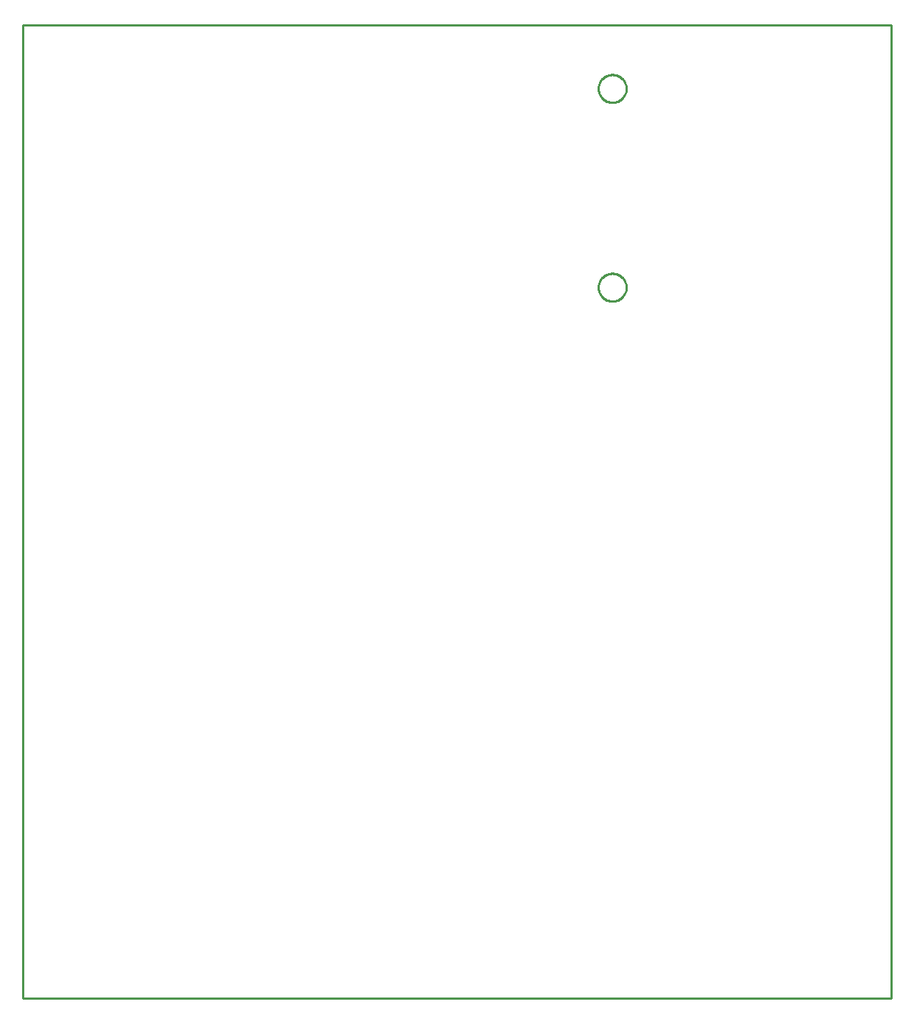
<source format=gbr>
G04 EAGLE Gerber RS-274X export*
G75*
%MOMM*%
%FSLAX34Y34*%
%LPD*%
%IN*%
%IPPOS*%
%AMOC8*
5,1,8,0,0,1.08239X$1,22.5*%
G01*
%ADD10C,0.254000*%


D10*
X0Y-119380D02*
X999290Y-119380D01*
X999290Y1000000D01*
X0Y1000000D01*
X0Y-119380D01*
X677656Y911100D02*
X676611Y911169D01*
X675572Y911305D01*
X674545Y911510D01*
X673533Y911781D01*
X672541Y912117D01*
X671573Y912518D01*
X670634Y912982D01*
X669726Y913506D01*
X668855Y914088D01*
X668024Y914725D01*
X667237Y915416D01*
X666496Y916157D01*
X665805Y916944D01*
X665168Y917775D01*
X664586Y918646D01*
X664062Y919554D01*
X663598Y920493D01*
X663197Y921461D01*
X662861Y922453D01*
X662590Y923465D01*
X662385Y924492D01*
X662249Y925531D01*
X662180Y926576D01*
X662180Y927624D01*
X662249Y928669D01*
X662385Y929708D01*
X662590Y930735D01*
X662861Y931747D01*
X663197Y932739D01*
X663598Y933707D01*
X664062Y934646D01*
X664586Y935554D01*
X665168Y936425D01*
X665805Y937256D01*
X666496Y938043D01*
X667237Y938784D01*
X668024Y939475D01*
X668855Y940113D01*
X669726Y940695D01*
X670634Y941218D01*
X671573Y941682D01*
X672541Y942083D01*
X673533Y942419D01*
X674545Y942690D01*
X675572Y942895D01*
X676611Y943032D01*
X677656Y943100D01*
X678704Y943100D01*
X679749Y943032D01*
X680788Y942895D01*
X681815Y942690D01*
X682827Y942419D01*
X683819Y942083D01*
X684787Y941682D01*
X685726Y941218D01*
X686634Y940695D01*
X687505Y940113D01*
X688336Y939475D01*
X689123Y938784D01*
X689864Y938043D01*
X690555Y937256D01*
X691193Y936425D01*
X691775Y935554D01*
X692298Y934646D01*
X692762Y933707D01*
X693163Y932739D01*
X693499Y931747D01*
X693770Y930735D01*
X693975Y929708D01*
X694112Y928669D01*
X694180Y927624D01*
X694180Y926576D01*
X694112Y925531D01*
X693975Y924492D01*
X693770Y923465D01*
X693499Y922453D01*
X693163Y921461D01*
X692762Y920493D01*
X692298Y919554D01*
X691775Y918646D01*
X691193Y917775D01*
X690555Y916944D01*
X689864Y916157D01*
X689123Y915416D01*
X688336Y914725D01*
X687505Y914088D01*
X686634Y913506D01*
X685726Y912982D01*
X684787Y912518D01*
X683819Y912117D01*
X682827Y911781D01*
X681815Y911510D01*
X680788Y911305D01*
X679749Y911169D01*
X678704Y911100D01*
X677656Y911100D01*
X677656Y682500D02*
X676611Y682569D01*
X675572Y682705D01*
X674545Y682910D01*
X673533Y683181D01*
X672541Y683517D01*
X671573Y683918D01*
X670634Y684382D01*
X669726Y684906D01*
X668855Y685488D01*
X668024Y686125D01*
X667237Y686816D01*
X666496Y687557D01*
X665805Y688344D01*
X665168Y689175D01*
X664586Y690046D01*
X664062Y690954D01*
X663598Y691893D01*
X663197Y692861D01*
X662861Y693853D01*
X662590Y694865D01*
X662385Y695892D01*
X662249Y696931D01*
X662180Y697976D01*
X662180Y699024D01*
X662249Y700069D01*
X662385Y701108D01*
X662590Y702135D01*
X662861Y703147D01*
X663197Y704139D01*
X663598Y705107D01*
X664062Y706046D01*
X664586Y706954D01*
X665168Y707825D01*
X665805Y708656D01*
X666496Y709443D01*
X667237Y710184D01*
X668024Y710875D01*
X668855Y711513D01*
X669726Y712095D01*
X670634Y712618D01*
X671573Y713082D01*
X672541Y713483D01*
X673533Y713819D01*
X674545Y714090D01*
X675572Y714295D01*
X676611Y714432D01*
X677656Y714500D01*
X678704Y714500D01*
X679749Y714432D01*
X680788Y714295D01*
X681815Y714090D01*
X682827Y713819D01*
X683819Y713483D01*
X684787Y713082D01*
X685726Y712618D01*
X686634Y712095D01*
X687505Y711513D01*
X688336Y710875D01*
X689123Y710184D01*
X689864Y709443D01*
X690555Y708656D01*
X691193Y707825D01*
X691775Y706954D01*
X692298Y706046D01*
X692762Y705107D01*
X693163Y704139D01*
X693499Y703147D01*
X693770Y702135D01*
X693975Y701108D01*
X694112Y700069D01*
X694180Y699024D01*
X694180Y697976D01*
X694112Y696931D01*
X693975Y695892D01*
X693770Y694865D01*
X693499Y693853D01*
X693163Y692861D01*
X692762Y691893D01*
X692298Y690954D01*
X691775Y690046D01*
X691193Y689175D01*
X690555Y688344D01*
X689864Y687557D01*
X689123Y686816D01*
X688336Y686125D01*
X687505Y685488D01*
X686634Y684906D01*
X685726Y684382D01*
X684787Y683918D01*
X683819Y683517D01*
X682827Y683181D01*
X681815Y682910D01*
X680788Y682705D01*
X679749Y682569D01*
X678704Y682500D01*
X677656Y682500D01*
M02*

</source>
